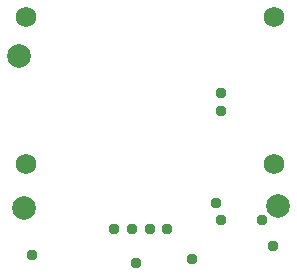
<source format=gbs>
G04*
G04 #@! TF.GenerationSoftware,Altium Limited,Altium Designer,19.1.7 (138)*
G04*
G04 Layer_Color=16711935*
%FSLAX25Y25*%
%MOIN*%
G70*
G01*
G75*
%ADD26C,0.07874*%
%ADD36C,0.06800*%
%ADD48C,0.03753*%
D26*
X42913Y-23917D02*
D03*
X-43602Y26181D02*
D03*
X-41929Y-24508D02*
D03*
D36*
X-41339Y39098D02*
D03*
X41339D02*
D03*
X-41339Y-10114D02*
D03*
X41339D02*
D03*
D48*
X13976Y-41634D02*
D03*
X-39075Y-40453D02*
D03*
X-4429Y-42913D02*
D03*
X40945Y-37303D02*
D03*
X22244Y-22835D02*
D03*
X23917Y13583D02*
D03*
X23819Y7776D02*
D03*
X5906Y-31496D02*
D03*
X-5906D02*
D03*
X37402Y-28740D02*
D03*
X-11811Y-31496D02*
D03*
X0D02*
D03*
X23622Y-28740D02*
D03*
M02*

</source>
